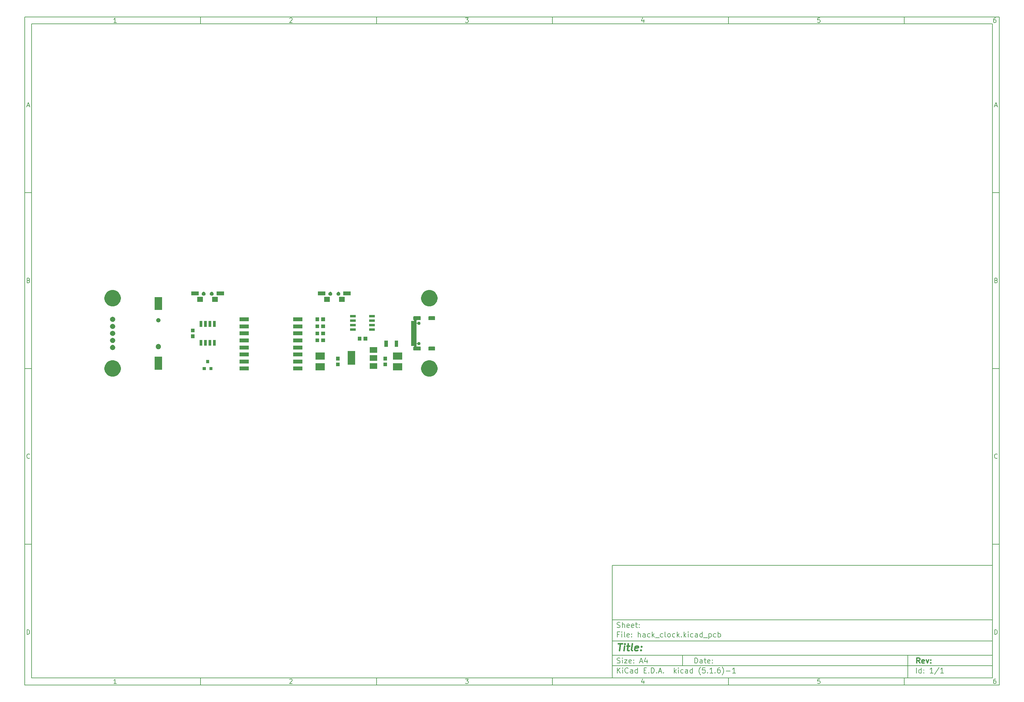
<source format=gts>
G04 #@! TF.GenerationSoftware,KiCad,Pcbnew,(5.1.6)-1*
G04 #@! TF.CreationDate,2020-07-24T11:40:27+08:00*
G04 #@! TF.ProjectId,hack_clock,6861636b-5f63-46c6-9f63-6b2e6b696361,rev?*
G04 #@! TF.SameCoordinates,Original*
G04 #@! TF.FileFunction,Soldermask,Top*
G04 #@! TF.FilePolarity,Negative*
%FSLAX46Y46*%
G04 Gerber Fmt 4.6, Leading zero omitted, Abs format (unit mm)*
G04 Created by KiCad (PCBNEW (5.1.6)-1) date 2020-07-24 11:40:27*
%MOMM*%
%LPD*%
G01*
G04 APERTURE LIST*
%ADD10C,0.150000*%
%ADD11C,0.300000*%
%ADD12C,0.400000*%
G04 APERTURE END LIST*
D10*
X177002200Y-166007200D02*
X177002200Y-198007200D01*
X285002200Y-198007200D01*
X285002200Y-166007200D01*
X177002200Y-166007200D01*
X10000000Y-10000000D02*
X10000000Y-200007200D01*
X287002200Y-200007200D01*
X287002200Y-10000000D01*
X10000000Y-10000000D01*
X12000000Y-12000000D02*
X12000000Y-198007200D01*
X285002200Y-198007200D01*
X285002200Y-12000000D01*
X12000000Y-12000000D01*
X60000000Y-12000000D02*
X60000000Y-10000000D01*
X110000000Y-12000000D02*
X110000000Y-10000000D01*
X160000000Y-12000000D02*
X160000000Y-10000000D01*
X210000000Y-12000000D02*
X210000000Y-10000000D01*
X260000000Y-12000000D02*
X260000000Y-10000000D01*
X36065476Y-11588095D02*
X35322619Y-11588095D01*
X35694047Y-11588095D02*
X35694047Y-10288095D01*
X35570238Y-10473809D01*
X35446428Y-10597619D01*
X35322619Y-10659523D01*
X85322619Y-10411904D02*
X85384523Y-10350000D01*
X85508333Y-10288095D01*
X85817857Y-10288095D01*
X85941666Y-10350000D01*
X86003571Y-10411904D01*
X86065476Y-10535714D01*
X86065476Y-10659523D01*
X86003571Y-10845238D01*
X85260714Y-11588095D01*
X86065476Y-11588095D01*
X135260714Y-10288095D02*
X136065476Y-10288095D01*
X135632142Y-10783333D01*
X135817857Y-10783333D01*
X135941666Y-10845238D01*
X136003571Y-10907142D01*
X136065476Y-11030952D01*
X136065476Y-11340476D01*
X136003571Y-11464285D01*
X135941666Y-11526190D01*
X135817857Y-11588095D01*
X135446428Y-11588095D01*
X135322619Y-11526190D01*
X135260714Y-11464285D01*
X185941666Y-10721428D02*
X185941666Y-11588095D01*
X185632142Y-10226190D02*
X185322619Y-11154761D01*
X186127380Y-11154761D01*
X236003571Y-10288095D02*
X235384523Y-10288095D01*
X235322619Y-10907142D01*
X235384523Y-10845238D01*
X235508333Y-10783333D01*
X235817857Y-10783333D01*
X235941666Y-10845238D01*
X236003571Y-10907142D01*
X236065476Y-11030952D01*
X236065476Y-11340476D01*
X236003571Y-11464285D01*
X235941666Y-11526190D01*
X235817857Y-11588095D01*
X235508333Y-11588095D01*
X235384523Y-11526190D01*
X235322619Y-11464285D01*
X285941666Y-10288095D02*
X285694047Y-10288095D01*
X285570238Y-10350000D01*
X285508333Y-10411904D01*
X285384523Y-10597619D01*
X285322619Y-10845238D01*
X285322619Y-11340476D01*
X285384523Y-11464285D01*
X285446428Y-11526190D01*
X285570238Y-11588095D01*
X285817857Y-11588095D01*
X285941666Y-11526190D01*
X286003571Y-11464285D01*
X286065476Y-11340476D01*
X286065476Y-11030952D01*
X286003571Y-10907142D01*
X285941666Y-10845238D01*
X285817857Y-10783333D01*
X285570238Y-10783333D01*
X285446428Y-10845238D01*
X285384523Y-10907142D01*
X285322619Y-11030952D01*
X60000000Y-198007200D02*
X60000000Y-200007200D01*
X110000000Y-198007200D02*
X110000000Y-200007200D01*
X160000000Y-198007200D02*
X160000000Y-200007200D01*
X210000000Y-198007200D02*
X210000000Y-200007200D01*
X260000000Y-198007200D02*
X260000000Y-200007200D01*
X36065476Y-199595295D02*
X35322619Y-199595295D01*
X35694047Y-199595295D02*
X35694047Y-198295295D01*
X35570238Y-198481009D01*
X35446428Y-198604819D01*
X35322619Y-198666723D01*
X85322619Y-198419104D02*
X85384523Y-198357200D01*
X85508333Y-198295295D01*
X85817857Y-198295295D01*
X85941666Y-198357200D01*
X86003571Y-198419104D01*
X86065476Y-198542914D01*
X86065476Y-198666723D01*
X86003571Y-198852438D01*
X85260714Y-199595295D01*
X86065476Y-199595295D01*
X135260714Y-198295295D02*
X136065476Y-198295295D01*
X135632142Y-198790533D01*
X135817857Y-198790533D01*
X135941666Y-198852438D01*
X136003571Y-198914342D01*
X136065476Y-199038152D01*
X136065476Y-199347676D01*
X136003571Y-199471485D01*
X135941666Y-199533390D01*
X135817857Y-199595295D01*
X135446428Y-199595295D01*
X135322619Y-199533390D01*
X135260714Y-199471485D01*
X185941666Y-198728628D02*
X185941666Y-199595295D01*
X185632142Y-198233390D02*
X185322619Y-199161961D01*
X186127380Y-199161961D01*
X236003571Y-198295295D02*
X235384523Y-198295295D01*
X235322619Y-198914342D01*
X235384523Y-198852438D01*
X235508333Y-198790533D01*
X235817857Y-198790533D01*
X235941666Y-198852438D01*
X236003571Y-198914342D01*
X236065476Y-199038152D01*
X236065476Y-199347676D01*
X236003571Y-199471485D01*
X235941666Y-199533390D01*
X235817857Y-199595295D01*
X235508333Y-199595295D01*
X235384523Y-199533390D01*
X235322619Y-199471485D01*
X285941666Y-198295295D02*
X285694047Y-198295295D01*
X285570238Y-198357200D01*
X285508333Y-198419104D01*
X285384523Y-198604819D01*
X285322619Y-198852438D01*
X285322619Y-199347676D01*
X285384523Y-199471485D01*
X285446428Y-199533390D01*
X285570238Y-199595295D01*
X285817857Y-199595295D01*
X285941666Y-199533390D01*
X286003571Y-199471485D01*
X286065476Y-199347676D01*
X286065476Y-199038152D01*
X286003571Y-198914342D01*
X285941666Y-198852438D01*
X285817857Y-198790533D01*
X285570238Y-198790533D01*
X285446428Y-198852438D01*
X285384523Y-198914342D01*
X285322619Y-199038152D01*
X10000000Y-60000000D02*
X12000000Y-60000000D01*
X10000000Y-110000000D02*
X12000000Y-110000000D01*
X10000000Y-160000000D02*
X12000000Y-160000000D01*
X10690476Y-35216666D02*
X11309523Y-35216666D01*
X10566666Y-35588095D02*
X11000000Y-34288095D01*
X11433333Y-35588095D01*
X11092857Y-84907142D02*
X11278571Y-84969047D01*
X11340476Y-85030952D01*
X11402380Y-85154761D01*
X11402380Y-85340476D01*
X11340476Y-85464285D01*
X11278571Y-85526190D01*
X11154761Y-85588095D01*
X10659523Y-85588095D01*
X10659523Y-84288095D01*
X11092857Y-84288095D01*
X11216666Y-84350000D01*
X11278571Y-84411904D01*
X11340476Y-84535714D01*
X11340476Y-84659523D01*
X11278571Y-84783333D01*
X11216666Y-84845238D01*
X11092857Y-84907142D01*
X10659523Y-84907142D01*
X11402380Y-135464285D02*
X11340476Y-135526190D01*
X11154761Y-135588095D01*
X11030952Y-135588095D01*
X10845238Y-135526190D01*
X10721428Y-135402380D01*
X10659523Y-135278571D01*
X10597619Y-135030952D01*
X10597619Y-134845238D01*
X10659523Y-134597619D01*
X10721428Y-134473809D01*
X10845238Y-134350000D01*
X11030952Y-134288095D01*
X11154761Y-134288095D01*
X11340476Y-134350000D01*
X11402380Y-134411904D01*
X10659523Y-185588095D02*
X10659523Y-184288095D01*
X10969047Y-184288095D01*
X11154761Y-184350000D01*
X11278571Y-184473809D01*
X11340476Y-184597619D01*
X11402380Y-184845238D01*
X11402380Y-185030952D01*
X11340476Y-185278571D01*
X11278571Y-185402380D01*
X11154761Y-185526190D01*
X10969047Y-185588095D01*
X10659523Y-185588095D01*
X287002200Y-60000000D02*
X285002200Y-60000000D01*
X287002200Y-110000000D02*
X285002200Y-110000000D01*
X287002200Y-160000000D02*
X285002200Y-160000000D01*
X285692676Y-35216666D02*
X286311723Y-35216666D01*
X285568866Y-35588095D02*
X286002200Y-34288095D01*
X286435533Y-35588095D01*
X286095057Y-84907142D02*
X286280771Y-84969047D01*
X286342676Y-85030952D01*
X286404580Y-85154761D01*
X286404580Y-85340476D01*
X286342676Y-85464285D01*
X286280771Y-85526190D01*
X286156961Y-85588095D01*
X285661723Y-85588095D01*
X285661723Y-84288095D01*
X286095057Y-84288095D01*
X286218866Y-84350000D01*
X286280771Y-84411904D01*
X286342676Y-84535714D01*
X286342676Y-84659523D01*
X286280771Y-84783333D01*
X286218866Y-84845238D01*
X286095057Y-84907142D01*
X285661723Y-84907142D01*
X286404580Y-135464285D02*
X286342676Y-135526190D01*
X286156961Y-135588095D01*
X286033152Y-135588095D01*
X285847438Y-135526190D01*
X285723628Y-135402380D01*
X285661723Y-135278571D01*
X285599819Y-135030952D01*
X285599819Y-134845238D01*
X285661723Y-134597619D01*
X285723628Y-134473809D01*
X285847438Y-134350000D01*
X286033152Y-134288095D01*
X286156961Y-134288095D01*
X286342676Y-134350000D01*
X286404580Y-134411904D01*
X285661723Y-185588095D02*
X285661723Y-184288095D01*
X285971247Y-184288095D01*
X286156961Y-184350000D01*
X286280771Y-184473809D01*
X286342676Y-184597619D01*
X286404580Y-184845238D01*
X286404580Y-185030952D01*
X286342676Y-185278571D01*
X286280771Y-185402380D01*
X286156961Y-185526190D01*
X285971247Y-185588095D01*
X285661723Y-185588095D01*
X200434342Y-193785771D02*
X200434342Y-192285771D01*
X200791485Y-192285771D01*
X201005771Y-192357200D01*
X201148628Y-192500057D01*
X201220057Y-192642914D01*
X201291485Y-192928628D01*
X201291485Y-193142914D01*
X201220057Y-193428628D01*
X201148628Y-193571485D01*
X201005771Y-193714342D01*
X200791485Y-193785771D01*
X200434342Y-193785771D01*
X202577200Y-193785771D02*
X202577200Y-193000057D01*
X202505771Y-192857200D01*
X202362914Y-192785771D01*
X202077200Y-192785771D01*
X201934342Y-192857200D01*
X202577200Y-193714342D02*
X202434342Y-193785771D01*
X202077200Y-193785771D01*
X201934342Y-193714342D01*
X201862914Y-193571485D01*
X201862914Y-193428628D01*
X201934342Y-193285771D01*
X202077200Y-193214342D01*
X202434342Y-193214342D01*
X202577200Y-193142914D01*
X203077200Y-192785771D02*
X203648628Y-192785771D01*
X203291485Y-192285771D02*
X203291485Y-193571485D01*
X203362914Y-193714342D01*
X203505771Y-193785771D01*
X203648628Y-193785771D01*
X204720057Y-193714342D02*
X204577200Y-193785771D01*
X204291485Y-193785771D01*
X204148628Y-193714342D01*
X204077200Y-193571485D01*
X204077200Y-193000057D01*
X204148628Y-192857200D01*
X204291485Y-192785771D01*
X204577200Y-192785771D01*
X204720057Y-192857200D01*
X204791485Y-193000057D01*
X204791485Y-193142914D01*
X204077200Y-193285771D01*
X205434342Y-193642914D02*
X205505771Y-193714342D01*
X205434342Y-193785771D01*
X205362914Y-193714342D01*
X205434342Y-193642914D01*
X205434342Y-193785771D01*
X205434342Y-192857200D02*
X205505771Y-192928628D01*
X205434342Y-193000057D01*
X205362914Y-192928628D01*
X205434342Y-192857200D01*
X205434342Y-193000057D01*
X177002200Y-194507200D02*
X285002200Y-194507200D01*
X178434342Y-196585771D02*
X178434342Y-195085771D01*
X179291485Y-196585771D02*
X178648628Y-195728628D01*
X179291485Y-195085771D02*
X178434342Y-195942914D01*
X179934342Y-196585771D02*
X179934342Y-195585771D01*
X179934342Y-195085771D02*
X179862914Y-195157200D01*
X179934342Y-195228628D01*
X180005771Y-195157200D01*
X179934342Y-195085771D01*
X179934342Y-195228628D01*
X181505771Y-196442914D02*
X181434342Y-196514342D01*
X181220057Y-196585771D01*
X181077200Y-196585771D01*
X180862914Y-196514342D01*
X180720057Y-196371485D01*
X180648628Y-196228628D01*
X180577200Y-195942914D01*
X180577200Y-195728628D01*
X180648628Y-195442914D01*
X180720057Y-195300057D01*
X180862914Y-195157200D01*
X181077200Y-195085771D01*
X181220057Y-195085771D01*
X181434342Y-195157200D01*
X181505771Y-195228628D01*
X182791485Y-196585771D02*
X182791485Y-195800057D01*
X182720057Y-195657200D01*
X182577200Y-195585771D01*
X182291485Y-195585771D01*
X182148628Y-195657200D01*
X182791485Y-196514342D02*
X182648628Y-196585771D01*
X182291485Y-196585771D01*
X182148628Y-196514342D01*
X182077200Y-196371485D01*
X182077200Y-196228628D01*
X182148628Y-196085771D01*
X182291485Y-196014342D01*
X182648628Y-196014342D01*
X182791485Y-195942914D01*
X184148628Y-196585771D02*
X184148628Y-195085771D01*
X184148628Y-196514342D02*
X184005771Y-196585771D01*
X183720057Y-196585771D01*
X183577200Y-196514342D01*
X183505771Y-196442914D01*
X183434342Y-196300057D01*
X183434342Y-195871485D01*
X183505771Y-195728628D01*
X183577200Y-195657200D01*
X183720057Y-195585771D01*
X184005771Y-195585771D01*
X184148628Y-195657200D01*
X186005771Y-195800057D02*
X186505771Y-195800057D01*
X186720057Y-196585771D02*
X186005771Y-196585771D01*
X186005771Y-195085771D01*
X186720057Y-195085771D01*
X187362914Y-196442914D02*
X187434342Y-196514342D01*
X187362914Y-196585771D01*
X187291485Y-196514342D01*
X187362914Y-196442914D01*
X187362914Y-196585771D01*
X188077200Y-196585771D02*
X188077200Y-195085771D01*
X188434342Y-195085771D01*
X188648628Y-195157200D01*
X188791485Y-195300057D01*
X188862914Y-195442914D01*
X188934342Y-195728628D01*
X188934342Y-195942914D01*
X188862914Y-196228628D01*
X188791485Y-196371485D01*
X188648628Y-196514342D01*
X188434342Y-196585771D01*
X188077200Y-196585771D01*
X189577200Y-196442914D02*
X189648628Y-196514342D01*
X189577200Y-196585771D01*
X189505771Y-196514342D01*
X189577200Y-196442914D01*
X189577200Y-196585771D01*
X190220057Y-196157200D02*
X190934342Y-196157200D01*
X190077200Y-196585771D02*
X190577200Y-195085771D01*
X191077200Y-196585771D01*
X191577200Y-196442914D02*
X191648628Y-196514342D01*
X191577200Y-196585771D01*
X191505771Y-196514342D01*
X191577200Y-196442914D01*
X191577200Y-196585771D01*
X194577200Y-196585771D02*
X194577200Y-195085771D01*
X194720057Y-196014342D02*
X195148628Y-196585771D01*
X195148628Y-195585771D02*
X194577200Y-196157200D01*
X195791485Y-196585771D02*
X195791485Y-195585771D01*
X195791485Y-195085771D02*
X195720057Y-195157200D01*
X195791485Y-195228628D01*
X195862914Y-195157200D01*
X195791485Y-195085771D01*
X195791485Y-195228628D01*
X197148628Y-196514342D02*
X197005771Y-196585771D01*
X196720057Y-196585771D01*
X196577200Y-196514342D01*
X196505771Y-196442914D01*
X196434342Y-196300057D01*
X196434342Y-195871485D01*
X196505771Y-195728628D01*
X196577200Y-195657200D01*
X196720057Y-195585771D01*
X197005771Y-195585771D01*
X197148628Y-195657200D01*
X198434342Y-196585771D02*
X198434342Y-195800057D01*
X198362914Y-195657200D01*
X198220057Y-195585771D01*
X197934342Y-195585771D01*
X197791485Y-195657200D01*
X198434342Y-196514342D02*
X198291485Y-196585771D01*
X197934342Y-196585771D01*
X197791485Y-196514342D01*
X197720057Y-196371485D01*
X197720057Y-196228628D01*
X197791485Y-196085771D01*
X197934342Y-196014342D01*
X198291485Y-196014342D01*
X198434342Y-195942914D01*
X199791485Y-196585771D02*
X199791485Y-195085771D01*
X199791485Y-196514342D02*
X199648628Y-196585771D01*
X199362914Y-196585771D01*
X199220057Y-196514342D01*
X199148628Y-196442914D01*
X199077200Y-196300057D01*
X199077200Y-195871485D01*
X199148628Y-195728628D01*
X199220057Y-195657200D01*
X199362914Y-195585771D01*
X199648628Y-195585771D01*
X199791485Y-195657200D01*
X202077200Y-197157200D02*
X202005771Y-197085771D01*
X201862914Y-196871485D01*
X201791485Y-196728628D01*
X201720057Y-196514342D01*
X201648628Y-196157200D01*
X201648628Y-195871485D01*
X201720057Y-195514342D01*
X201791485Y-195300057D01*
X201862914Y-195157200D01*
X202005771Y-194942914D01*
X202077200Y-194871485D01*
X203362914Y-195085771D02*
X202648628Y-195085771D01*
X202577200Y-195800057D01*
X202648628Y-195728628D01*
X202791485Y-195657200D01*
X203148628Y-195657200D01*
X203291485Y-195728628D01*
X203362914Y-195800057D01*
X203434342Y-195942914D01*
X203434342Y-196300057D01*
X203362914Y-196442914D01*
X203291485Y-196514342D01*
X203148628Y-196585771D01*
X202791485Y-196585771D01*
X202648628Y-196514342D01*
X202577200Y-196442914D01*
X204077200Y-196442914D02*
X204148628Y-196514342D01*
X204077200Y-196585771D01*
X204005771Y-196514342D01*
X204077200Y-196442914D01*
X204077200Y-196585771D01*
X205577200Y-196585771D02*
X204720057Y-196585771D01*
X205148628Y-196585771D02*
X205148628Y-195085771D01*
X205005771Y-195300057D01*
X204862914Y-195442914D01*
X204720057Y-195514342D01*
X206220057Y-196442914D02*
X206291485Y-196514342D01*
X206220057Y-196585771D01*
X206148628Y-196514342D01*
X206220057Y-196442914D01*
X206220057Y-196585771D01*
X207577200Y-195085771D02*
X207291485Y-195085771D01*
X207148628Y-195157200D01*
X207077200Y-195228628D01*
X206934342Y-195442914D01*
X206862914Y-195728628D01*
X206862914Y-196300057D01*
X206934342Y-196442914D01*
X207005771Y-196514342D01*
X207148628Y-196585771D01*
X207434342Y-196585771D01*
X207577200Y-196514342D01*
X207648628Y-196442914D01*
X207720057Y-196300057D01*
X207720057Y-195942914D01*
X207648628Y-195800057D01*
X207577200Y-195728628D01*
X207434342Y-195657200D01*
X207148628Y-195657200D01*
X207005771Y-195728628D01*
X206934342Y-195800057D01*
X206862914Y-195942914D01*
X208220057Y-197157200D02*
X208291485Y-197085771D01*
X208434342Y-196871485D01*
X208505771Y-196728628D01*
X208577200Y-196514342D01*
X208648628Y-196157200D01*
X208648628Y-195871485D01*
X208577200Y-195514342D01*
X208505771Y-195300057D01*
X208434342Y-195157200D01*
X208291485Y-194942914D01*
X208220057Y-194871485D01*
X209362914Y-196014342D02*
X210505771Y-196014342D01*
X212005771Y-196585771D02*
X211148628Y-196585771D01*
X211577200Y-196585771D02*
X211577200Y-195085771D01*
X211434342Y-195300057D01*
X211291485Y-195442914D01*
X211148628Y-195514342D01*
X177002200Y-191507200D02*
X285002200Y-191507200D01*
D11*
X264411485Y-193785771D02*
X263911485Y-193071485D01*
X263554342Y-193785771D02*
X263554342Y-192285771D01*
X264125771Y-192285771D01*
X264268628Y-192357200D01*
X264340057Y-192428628D01*
X264411485Y-192571485D01*
X264411485Y-192785771D01*
X264340057Y-192928628D01*
X264268628Y-193000057D01*
X264125771Y-193071485D01*
X263554342Y-193071485D01*
X265625771Y-193714342D02*
X265482914Y-193785771D01*
X265197200Y-193785771D01*
X265054342Y-193714342D01*
X264982914Y-193571485D01*
X264982914Y-193000057D01*
X265054342Y-192857200D01*
X265197200Y-192785771D01*
X265482914Y-192785771D01*
X265625771Y-192857200D01*
X265697200Y-193000057D01*
X265697200Y-193142914D01*
X264982914Y-193285771D01*
X266197200Y-192785771D02*
X266554342Y-193785771D01*
X266911485Y-192785771D01*
X267482914Y-193642914D02*
X267554342Y-193714342D01*
X267482914Y-193785771D01*
X267411485Y-193714342D01*
X267482914Y-193642914D01*
X267482914Y-193785771D01*
X267482914Y-192857200D02*
X267554342Y-192928628D01*
X267482914Y-193000057D01*
X267411485Y-192928628D01*
X267482914Y-192857200D01*
X267482914Y-193000057D01*
D10*
X178362914Y-193714342D02*
X178577200Y-193785771D01*
X178934342Y-193785771D01*
X179077200Y-193714342D01*
X179148628Y-193642914D01*
X179220057Y-193500057D01*
X179220057Y-193357200D01*
X179148628Y-193214342D01*
X179077200Y-193142914D01*
X178934342Y-193071485D01*
X178648628Y-193000057D01*
X178505771Y-192928628D01*
X178434342Y-192857200D01*
X178362914Y-192714342D01*
X178362914Y-192571485D01*
X178434342Y-192428628D01*
X178505771Y-192357200D01*
X178648628Y-192285771D01*
X179005771Y-192285771D01*
X179220057Y-192357200D01*
X179862914Y-193785771D02*
X179862914Y-192785771D01*
X179862914Y-192285771D02*
X179791485Y-192357200D01*
X179862914Y-192428628D01*
X179934342Y-192357200D01*
X179862914Y-192285771D01*
X179862914Y-192428628D01*
X180434342Y-192785771D02*
X181220057Y-192785771D01*
X180434342Y-193785771D01*
X181220057Y-193785771D01*
X182362914Y-193714342D02*
X182220057Y-193785771D01*
X181934342Y-193785771D01*
X181791485Y-193714342D01*
X181720057Y-193571485D01*
X181720057Y-193000057D01*
X181791485Y-192857200D01*
X181934342Y-192785771D01*
X182220057Y-192785771D01*
X182362914Y-192857200D01*
X182434342Y-193000057D01*
X182434342Y-193142914D01*
X181720057Y-193285771D01*
X183077200Y-193642914D02*
X183148628Y-193714342D01*
X183077200Y-193785771D01*
X183005771Y-193714342D01*
X183077200Y-193642914D01*
X183077200Y-193785771D01*
X183077200Y-192857200D02*
X183148628Y-192928628D01*
X183077200Y-193000057D01*
X183005771Y-192928628D01*
X183077200Y-192857200D01*
X183077200Y-193000057D01*
X184862914Y-193357200D02*
X185577200Y-193357200D01*
X184720057Y-193785771D02*
X185220057Y-192285771D01*
X185720057Y-193785771D01*
X186862914Y-192785771D02*
X186862914Y-193785771D01*
X186505771Y-192214342D02*
X186148628Y-193285771D01*
X187077200Y-193285771D01*
X263434342Y-196585771D02*
X263434342Y-195085771D01*
X264791485Y-196585771D02*
X264791485Y-195085771D01*
X264791485Y-196514342D02*
X264648628Y-196585771D01*
X264362914Y-196585771D01*
X264220057Y-196514342D01*
X264148628Y-196442914D01*
X264077200Y-196300057D01*
X264077200Y-195871485D01*
X264148628Y-195728628D01*
X264220057Y-195657200D01*
X264362914Y-195585771D01*
X264648628Y-195585771D01*
X264791485Y-195657200D01*
X265505771Y-196442914D02*
X265577200Y-196514342D01*
X265505771Y-196585771D01*
X265434342Y-196514342D01*
X265505771Y-196442914D01*
X265505771Y-196585771D01*
X265505771Y-195657200D02*
X265577200Y-195728628D01*
X265505771Y-195800057D01*
X265434342Y-195728628D01*
X265505771Y-195657200D01*
X265505771Y-195800057D01*
X268148628Y-196585771D02*
X267291485Y-196585771D01*
X267720057Y-196585771D02*
X267720057Y-195085771D01*
X267577200Y-195300057D01*
X267434342Y-195442914D01*
X267291485Y-195514342D01*
X269862914Y-195014342D02*
X268577200Y-196942914D01*
X271148628Y-196585771D02*
X270291485Y-196585771D01*
X270720057Y-196585771D02*
X270720057Y-195085771D01*
X270577200Y-195300057D01*
X270434342Y-195442914D01*
X270291485Y-195514342D01*
X177002200Y-187507200D02*
X285002200Y-187507200D01*
D12*
X178714580Y-188211961D02*
X179857438Y-188211961D01*
X179036009Y-190211961D02*
X179286009Y-188211961D01*
X180274104Y-190211961D02*
X180440771Y-188878628D01*
X180524104Y-188211961D02*
X180416961Y-188307200D01*
X180500295Y-188402438D01*
X180607438Y-188307200D01*
X180524104Y-188211961D01*
X180500295Y-188402438D01*
X181107438Y-188878628D02*
X181869342Y-188878628D01*
X181476485Y-188211961D02*
X181262200Y-189926247D01*
X181333628Y-190116723D01*
X181512200Y-190211961D01*
X181702676Y-190211961D01*
X182655057Y-190211961D02*
X182476485Y-190116723D01*
X182405057Y-189926247D01*
X182619342Y-188211961D01*
X184190771Y-190116723D02*
X183988390Y-190211961D01*
X183607438Y-190211961D01*
X183428866Y-190116723D01*
X183357438Y-189926247D01*
X183452676Y-189164342D01*
X183571723Y-188973866D01*
X183774104Y-188878628D01*
X184155057Y-188878628D01*
X184333628Y-188973866D01*
X184405057Y-189164342D01*
X184381247Y-189354819D01*
X183405057Y-189545295D01*
X185155057Y-190021485D02*
X185238390Y-190116723D01*
X185131247Y-190211961D01*
X185047914Y-190116723D01*
X185155057Y-190021485D01*
X185131247Y-190211961D01*
X185286009Y-188973866D02*
X185369342Y-189069104D01*
X185262200Y-189164342D01*
X185178866Y-189069104D01*
X185286009Y-188973866D01*
X185262200Y-189164342D01*
D10*
X178934342Y-185600057D02*
X178434342Y-185600057D01*
X178434342Y-186385771D02*
X178434342Y-184885771D01*
X179148628Y-184885771D01*
X179720057Y-186385771D02*
X179720057Y-185385771D01*
X179720057Y-184885771D02*
X179648628Y-184957200D01*
X179720057Y-185028628D01*
X179791485Y-184957200D01*
X179720057Y-184885771D01*
X179720057Y-185028628D01*
X180648628Y-186385771D02*
X180505771Y-186314342D01*
X180434342Y-186171485D01*
X180434342Y-184885771D01*
X181791485Y-186314342D02*
X181648628Y-186385771D01*
X181362914Y-186385771D01*
X181220057Y-186314342D01*
X181148628Y-186171485D01*
X181148628Y-185600057D01*
X181220057Y-185457200D01*
X181362914Y-185385771D01*
X181648628Y-185385771D01*
X181791485Y-185457200D01*
X181862914Y-185600057D01*
X181862914Y-185742914D01*
X181148628Y-185885771D01*
X182505771Y-186242914D02*
X182577200Y-186314342D01*
X182505771Y-186385771D01*
X182434342Y-186314342D01*
X182505771Y-186242914D01*
X182505771Y-186385771D01*
X182505771Y-185457200D02*
X182577200Y-185528628D01*
X182505771Y-185600057D01*
X182434342Y-185528628D01*
X182505771Y-185457200D01*
X182505771Y-185600057D01*
X184362914Y-186385771D02*
X184362914Y-184885771D01*
X185005771Y-186385771D02*
X185005771Y-185600057D01*
X184934342Y-185457200D01*
X184791485Y-185385771D01*
X184577200Y-185385771D01*
X184434342Y-185457200D01*
X184362914Y-185528628D01*
X186362914Y-186385771D02*
X186362914Y-185600057D01*
X186291485Y-185457200D01*
X186148628Y-185385771D01*
X185862914Y-185385771D01*
X185720057Y-185457200D01*
X186362914Y-186314342D02*
X186220057Y-186385771D01*
X185862914Y-186385771D01*
X185720057Y-186314342D01*
X185648628Y-186171485D01*
X185648628Y-186028628D01*
X185720057Y-185885771D01*
X185862914Y-185814342D01*
X186220057Y-185814342D01*
X186362914Y-185742914D01*
X187720057Y-186314342D02*
X187577200Y-186385771D01*
X187291485Y-186385771D01*
X187148628Y-186314342D01*
X187077200Y-186242914D01*
X187005771Y-186100057D01*
X187005771Y-185671485D01*
X187077200Y-185528628D01*
X187148628Y-185457200D01*
X187291485Y-185385771D01*
X187577200Y-185385771D01*
X187720057Y-185457200D01*
X188362914Y-186385771D02*
X188362914Y-184885771D01*
X188505771Y-185814342D02*
X188934342Y-186385771D01*
X188934342Y-185385771D02*
X188362914Y-185957200D01*
X189220057Y-186528628D02*
X190362914Y-186528628D01*
X191362914Y-186314342D02*
X191220057Y-186385771D01*
X190934342Y-186385771D01*
X190791485Y-186314342D01*
X190720057Y-186242914D01*
X190648628Y-186100057D01*
X190648628Y-185671485D01*
X190720057Y-185528628D01*
X190791485Y-185457200D01*
X190934342Y-185385771D01*
X191220057Y-185385771D01*
X191362914Y-185457200D01*
X192220057Y-186385771D02*
X192077200Y-186314342D01*
X192005771Y-186171485D01*
X192005771Y-184885771D01*
X193005771Y-186385771D02*
X192862914Y-186314342D01*
X192791485Y-186242914D01*
X192720057Y-186100057D01*
X192720057Y-185671485D01*
X192791485Y-185528628D01*
X192862914Y-185457200D01*
X193005771Y-185385771D01*
X193220057Y-185385771D01*
X193362914Y-185457200D01*
X193434342Y-185528628D01*
X193505771Y-185671485D01*
X193505771Y-186100057D01*
X193434342Y-186242914D01*
X193362914Y-186314342D01*
X193220057Y-186385771D01*
X193005771Y-186385771D01*
X194791485Y-186314342D02*
X194648628Y-186385771D01*
X194362914Y-186385771D01*
X194220057Y-186314342D01*
X194148628Y-186242914D01*
X194077200Y-186100057D01*
X194077200Y-185671485D01*
X194148628Y-185528628D01*
X194220057Y-185457200D01*
X194362914Y-185385771D01*
X194648628Y-185385771D01*
X194791485Y-185457200D01*
X195434342Y-186385771D02*
X195434342Y-184885771D01*
X195577200Y-185814342D02*
X196005771Y-186385771D01*
X196005771Y-185385771D02*
X195434342Y-185957200D01*
X196648628Y-186242914D02*
X196720057Y-186314342D01*
X196648628Y-186385771D01*
X196577200Y-186314342D01*
X196648628Y-186242914D01*
X196648628Y-186385771D01*
X197362914Y-186385771D02*
X197362914Y-184885771D01*
X197505771Y-185814342D02*
X197934342Y-186385771D01*
X197934342Y-185385771D02*
X197362914Y-185957200D01*
X198577200Y-186385771D02*
X198577200Y-185385771D01*
X198577200Y-184885771D02*
X198505771Y-184957200D01*
X198577200Y-185028628D01*
X198648628Y-184957200D01*
X198577200Y-184885771D01*
X198577200Y-185028628D01*
X199934342Y-186314342D02*
X199791485Y-186385771D01*
X199505771Y-186385771D01*
X199362914Y-186314342D01*
X199291485Y-186242914D01*
X199220057Y-186100057D01*
X199220057Y-185671485D01*
X199291485Y-185528628D01*
X199362914Y-185457200D01*
X199505771Y-185385771D01*
X199791485Y-185385771D01*
X199934342Y-185457200D01*
X201220057Y-186385771D02*
X201220057Y-185600057D01*
X201148628Y-185457200D01*
X201005771Y-185385771D01*
X200720057Y-185385771D01*
X200577200Y-185457200D01*
X201220057Y-186314342D02*
X201077200Y-186385771D01*
X200720057Y-186385771D01*
X200577200Y-186314342D01*
X200505771Y-186171485D01*
X200505771Y-186028628D01*
X200577200Y-185885771D01*
X200720057Y-185814342D01*
X201077200Y-185814342D01*
X201220057Y-185742914D01*
X202577200Y-186385771D02*
X202577200Y-184885771D01*
X202577200Y-186314342D02*
X202434342Y-186385771D01*
X202148628Y-186385771D01*
X202005771Y-186314342D01*
X201934342Y-186242914D01*
X201862914Y-186100057D01*
X201862914Y-185671485D01*
X201934342Y-185528628D01*
X202005771Y-185457200D01*
X202148628Y-185385771D01*
X202434342Y-185385771D01*
X202577200Y-185457200D01*
X202934342Y-186528628D02*
X204077200Y-186528628D01*
X204434342Y-185385771D02*
X204434342Y-186885771D01*
X204434342Y-185457200D02*
X204577200Y-185385771D01*
X204862914Y-185385771D01*
X205005771Y-185457200D01*
X205077200Y-185528628D01*
X205148628Y-185671485D01*
X205148628Y-186100057D01*
X205077200Y-186242914D01*
X205005771Y-186314342D01*
X204862914Y-186385771D01*
X204577200Y-186385771D01*
X204434342Y-186314342D01*
X206434342Y-186314342D02*
X206291485Y-186385771D01*
X206005771Y-186385771D01*
X205862914Y-186314342D01*
X205791485Y-186242914D01*
X205720057Y-186100057D01*
X205720057Y-185671485D01*
X205791485Y-185528628D01*
X205862914Y-185457200D01*
X206005771Y-185385771D01*
X206291485Y-185385771D01*
X206434342Y-185457200D01*
X207077200Y-186385771D02*
X207077200Y-184885771D01*
X207077200Y-185457200D02*
X207220057Y-185385771D01*
X207505771Y-185385771D01*
X207648628Y-185457200D01*
X207720057Y-185528628D01*
X207791485Y-185671485D01*
X207791485Y-186100057D01*
X207720057Y-186242914D01*
X207648628Y-186314342D01*
X207505771Y-186385771D01*
X207220057Y-186385771D01*
X207077200Y-186314342D01*
X177002200Y-181507200D02*
X285002200Y-181507200D01*
X178362914Y-183614342D02*
X178577200Y-183685771D01*
X178934342Y-183685771D01*
X179077200Y-183614342D01*
X179148628Y-183542914D01*
X179220057Y-183400057D01*
X179220057Y-183257200D01*
X179148628Y-183114342D01*
X179077200Y-183042914D01*
X178934342Y-182971485D01*
X178648628Y-182900057D01*
X178505771Y-182828628D01*
X178434342Y-182757200D01*
X178362914Y-182614342D01*
X178362914Y-182471485D01*
X178434342Y-182328628D01*
X178505771Y-182257200D01*
X178648628Y-182185771D01*
X179005771Y-182185771D01*
X179220057Y-182257200D01*
X179862914Y-183685771D02*
X179862914Y-182185771D01*
X180505771Y-183685771D02*
X180505771Y-182900057D01*
X180434342Y-182757200D01*
X180291485Y-182685771D01*
X180077200Y-182685771D01*
X179934342Y-182757200D01*
X179862914Y-182828628D01*
X181791485Y-183614342D02*
X181648628Y-183685771D01*
X181362914Y-183685771D01*
X181220057Y-183614342D01*
X181148628Y-183471485D01*
X181148628Y-182900057D01*
X181220057Y-182757200D01*
X181362914Y-182685771D01*
X181648628Y-182685771D01*
X181791485Y-182757200D01*
X181862914Y-182900057D01*
X181862914Y-183042914D01*
X181148628Y-183185771D01*
X183077200Y-183614342D02*
X182934342Y-183685771D01*
X182648628Y-183685771D01*
X182505771Y-183614342D01*
X182434342Y-183471485D01*
X182434342Y-182900057D01*
X182505771Y-182757200D01*
X182648628Y-182685771D01*
X182934342Y-182685771D01*
X183077200Y-182757200D01*
X183148628Y-182900057D01*
X183148628Y-183042914D01*
X182434342Y-183185771D01*
X183577200Y-182685771D02*
X184148628Y-182685771D01*
X183791485Y-182185771D02*
X183791485Y-183471485D01*
X183862914Y-183614342D01*
X184005771Y-183685771D01*
X184148628Y-183685771D01*
X184648628Y-183542914D02*
X184720057Y-183614342D01*
X184648628Y-183685771D01*
X184577200Y-183614342D01*
X184648628Y-183542914D01*
X184648628Y-183685771D01*
X184648628Y-182757200D02*
X184720057Y-182828628D01*
X184648628Y-182900057D01*
X184577200Y-182828628D01*
X184648628Y-182757200D01*
X184648628Y-182900057D01*
X197002200Y-191507200D02*
X197002200Y-194507200D01*
X261002200Y-191507200D02*
X261002200Y-198007200D01*
G36*
X125679927Y-107758578D02*
G01*
X125782342Y-107801000D01*
X126104143Y-107934294D01*
X126485926Y-108189394D01*
X126810606Y-108514074D01*
X127065706Y-108895857D01*
X127168638Y-109144357D01*
X127241422Y-109320073D01*
X127331000Y-109770415D01*
X127331000Y-110229585D01*
X127241422Y-110679927D01*
X127168638Y-110855643D01*
X127065706Y-111104143D01*
X126810606Y-111485926D01*
X126485926Y-111810606D01*
X126104143Y-112065706D01*
X125855643Y-112168638D01*
X125679927Y-112241422D01*
X125229585Y-112331000D01*
X124770415Y-112331000D01*
X124320073Y-112241422D01*
X124144357Y-112168638D01*
X123895857Y-112065706D01*
X123514074Y-111810606D01*
X123189394Y-111485926D01*
X122934294Y-111104143D01*
X122831362Y-110855643D01*
X122758578Y-110679927D01*
X122669000Y-110229585D01*
X122669000Y-109770415D01*
X122758578Y-109320073D01*
X122831362Y-109144357D01*
X122934294Y-108895857D01*
X123189394Y-108514074D01*
X123514074Y-108189394D01*
X123895857Y-107934294D01*
X124217658Y-107801000D01*
X124320073Y-107758578D01*
X124770415Y-107669000D01*
X125229585Y-107669000D01*
X125679927Y-107758578D01*
G37*
G36*
X35679927Y-107758578D02*
G01*
X35782342Y-107801000D01*
X36104143Y-107934294D01*
X36485926Y-108189394D01*
X36810606Y-108514074D01*
X37065706Y-108895857D01*
X37168638Y-109144357D01*
X37241422Y-109320073D01*
X37331000Y-109770415D01*
X37331000Y-110229585D01*
X37241422Y-110679927D01*
X37168638Y-110855643D01*
X37065706Y-111104143D01*
X36810606Y-111485926D01*
X36485926Y-111810606D01*
X36104143Y-112065706D01*
X35855643Y-112168638D01*
X35679927Y-112241422D01*
X35229585Y-112331000D01*
X34770415Y-112331000D01*
X34320073Y-112241422D01*
X34144357Y-112168638D01*
X33895857Y-112065706D01*
X33514074Y-111810606D01*
X33189394Y-111485926D01*
X32934294Y-111104143D01*
X32831362Y-110855643D01*
X32758578Y-110679927D01*
X32669000Y-110229585D01*
X32669000Y-109770415D01*
X32758578Y-109320073D01*
X32831362Y-109144357D01*
X32934294Y-108895857D01*
X33189394Y-108514074D01*
X33514074Y-108189394D01*
X33895857Y-107934294D01*
X34217658Y-107801000D01*
X34320073Y-107758578D01*
X34770415Y-107669000D01*
X35229585Y-107669000D01*
X35679927Y-107758578D01*
G37*
G36*
X73701000Y-110551000D02*
G01*
X71099000Y-110551000D01*
X71099000Y-109449000D01*
X73701000Y-109449000D01*
X73701000Y-110551000D01*
G37*
G36*
X88901000Y-110551000D02*
G01*
X86299000Y-110551000D01*
X86299000Y-109449000D01*
X88901000Y-109449000D01*
X88901000Y-110551000D01*
G37*
G36*
X117300680Y-110550360D02*
G01*
X114699320Y-110550360D01*
X114699320Y-108497640D01*
X117300680Y-108497640D01*
X117300680Y-110550360D01*
G37*
G36*
X95300680Y-110550360D02*
G01*
X92699320Y-110550360D01*
X92699320Y-108497640D01*
X95300680Y-108497640D01*
X95300680Y-110550360D01*
G37*
G36*
X61501050Y-110451810D02*
G01*
X60598950Y-110451810D01*
X60598950Y-109549710D01*
X61501050Y-109549710D01*
X61501050Y-110451810D01*
G37*
G36*
X63401050Y-110451810D02*
G01*
X62498950Y-110451810D01*
X62498950Y-109549710D01*
X63401050Y-109549710D01*
X63401050Y-110451810D01*
G37*
G36*
X49051000Y-110351000D02*
G01*
X46949000Y-110351000D01*
X46949000Y-106649000D01*
X49051000Y-106649000D01*
X49051000Y-110351000D01*
G37*
G36*
X110201000Y-110101000D02*
G01*
X108099000Y-110101000D01*
X108099000Y-108499000D01*
X110201000Y-108499000D01*
X110201000Y-110101000D01*
G37*
G36*
X113011000Y-109353500D02*
G01*
X111989000Y-109353500D01*
X111989000Y-108286500D01*
X113011000Y-108286500D01*
X113011000Y-109353500D01*
G37*
G36*
X99511000Y-109353500D02*
G01*
X98489000Y-109353500D01*
X98489000Y-108286500D01*
X99511000Y-108286500D01*
X99511000Y-109353500D01*
G37*
G36*
X103901000Y-108951000D02*
G01*
X101799000Y-108951000D01*
X101799000Y-105049000D01*
X103901000Y-105049000D01*
X103901000Y-108951000D01*
G37*
G36*
X88901000Y-108551000D02*
G01*
X86299000Y-108551000D01*
X86299000Y-107449000D01*
X88901000Y-107449000D01*
X88901000Y-108551000D01*
G37*
G36*
X73701000Y-108551000D02*
G01*
X71099000Y-108551000D01*
X71099000Y-107449000D01*
X73701000Y-107449000D01*
X73701000Y-108551000D01*
G37*
G36*
X62451050Y-108452830D02*
G01*
X61548950Y-108452830D01*
X61548950Y-107550730D01*
X62451050Y-107550730D01*
X62451050Y-108452830D01*
G37*
G36*
X110201000Y-107801000D02*
G01*
X108099000Y-107801000D01*
X108099000Y-106199000D01*
X110201000Y-106199000D01*
X110201000Y-107801000D01*
G37*
G36*
X113011000Y-107713500D02*
G01*
X111989000Y-107713500D01*
X111989000Y-106646500D01*
X113011000Y-106646500D01*
X113011000Y-107713500D01*
G37*
G36*
X99511000Y-107713500D02*
G01*
X98489000Y-107713500D01*
X98489000Y-106646500D01*
X99511000Y-106646500D01*
X99511000Y-107713500D01*
G37*
G36*
X117300680Y-107502360D02*
G01*
X114699320Y-107502360D01*
X114699320Y-105449640D01*
X117300680Y-105449640D01*
X117300680Y-107502360D01*
G37*
G36*
X95300680Y-107502360D02*
G01*
X92699320Y-107502360D01*
X92699320Y-105449640D01*
X95300680Y-105449640D01*
X95300680Y-107502360D01*
G37*
G36*
X88901000Y-106551000D02*
G01*
X86299000Y-106551000D01*
X86299000Y-105449000D01*
X88901000Y-105449000D01*
X88901000Y-106551000D01*
G37*
G36*
X73701000Y-106551000D02*
G01*
X71099000Y-106551000D01*
X71099000Y-105449000D01*
X73701000Y-105449000D01*
X73701000Y-106551000D01*
G37*
G36*
X110201000Y-105501000D02*
G01*
X108099000Y-105501000D01*
X108099000Y-103899000D01*
X110201000Y-103899000D01*
X110201000Y-105501000D01*
G37*
G36*
X126474434Y-103773686D02*
G01*
X126514284Y-103785774D01*
X126550999Y-103805399D01*
X126583186Y-103831814D01*
X126609601Y-103864001D01*
X126629226Y-103900716D01*
X126641314Y-103940566D01*
X126646000Y-103988141D01*
X126646000Y-104651859D01*
X126641314Y-104699434D01*
X126629226Y-104739284D01*
X126609601Y-104775999D01*
X126583186Y-104808186D01*
X126550999Y-104834601D01*
X126514284Y-104854226D01*
X126474434Y-104866314D01*
X126426859Y-104871000D01*
X124963141Y-104871000D01*
X124915566Y-104866314D01*
X124875716Y-104854226D01*
X124839001Y-104834601D01*
X124806814Y-104808186D01*
X124780399Y-104775999D01*
X124760774Y-104739284D01*
X124748686Y-104699434D01*
X124744000Y-104651859D01*
X124744000Y-103988141D01*
X124748686Y-103940566D01*
X124760774Y-103900716D01*
X124780399Y-103864001D01*
X124806814Y-103831814D01*
X124839001Y-103805399D01*
X124875716Y-103785774D01*
X124915566Y-103773686D01*
X124963141Y-103769000D01*
X126426859Y-103769000D01*
X126474434Y-103773686D01*
G37*
G36*
X122394434Y-95133686D02*
G01*
X122434284Y-95145774D01*
X122470999Y-95165399D01*
X122503186Y-95191814D01*
X122529601Y-95224001D01*
X122549226Y-95260716D01*
X122561314Y-95300566D01*
X122566000Y-95348141D01*
X122566000Y-96011859D01*
X122561314Y-96059434D01*
X122549226Y-96099284D01*
X122529601Y-96135999D01*
X122503186Y-96168186D01*
X122470999Y-96194601D01*
X122434284Y-96214226D01*
X122394434Y-96226314D01*
X122346859Y-96231000D01*
X121500999Y-96231000D01*
X121476613Y-96233402D01*
X121453164Y-96240515D01*
X121431553Y-96252066D01*
X121412611Y-96267611D01*
X121397066Y-96286553D01*
X121385515Y-96308164D01*
X121378402Y-96331613D01*
X121376000Y-96355999D01*
X121376000Y-96918176D01*
X121378402Y-96942562D01*
X121385515Y-96966011D01*
X121397066Y-96987622D01*
X121412611Y-97006564D01*
X121431553Y-97022109D01*
X121453164Y-97033660D01*
X121476613Y-97040773D01*
X121500999Y-97043175D01*
X121525385Y-97040773D01*
X121548834Y-97033660D01*
X121570445Y-97022109D01*
X121589387Y-97006564D01*
X121604932Y-96987622D01*
X121616483Y-96966011D01*
X121645328Y-96896373D01*
X121694685Y-96822505D01*
X121757505Y-96759685D01*
X121807918Y-96726000D01*
X121831371Y-96710329D01*
X121831373Y-96710328D01*
X121913448Y-96676331D01*
X122000579Y-96659000D01*
X122089421Y-96659000D01*
X122176552Y-96676331D01*
X122258627Y-96710328D01*
X122258629Y-96710329D01*
X122282082Y-96726000D01*
X122332495Y-96759685D01*
X122395315Y-96822505D01*
X122444672Y-96896373D01*
X122478669Y-96978448D01*
X122496000Y-97065579D01*
X122496000Y-97154421D01*
X122478669Y-97241552D01*
X122444672Y-97323627D01*
X122444671Y-97323629D01*
X122395314Y-97397496D01*
X122332496Y-97460314D01*
X122258629Y-97509671D01*
X122258628Y-97509672D01*
X122258627Y-97509672D01*
X122176552Y-97543669D01*
X122089421Y-97561000D01*
X122000579Y-97561000D01*
X121913448Y-97543669D01*
X121831373Y-97509672D01*
X121831372Y-97509672D01*
X121831371Y-97509671D01*
X121757504Y-97460314D01*
X121694686Y-97397496D01*
X121645329Y-97323629D01*
X121645328Y-97323627D01*
X121616483Y-97253989D01*
X121604932Y-97232378D01*
X121589387Y-97213436D01*
X121570445Y-97197891D01*
X121548834Y-97186340D01*
X121525385Y-97179227D01*
X121500999Y-97176825D01*
X121476613Y-97179227D01*
X121453164Y-97186340D01*
X121431553Y-97197891D01*
X121412611Y-97213436D01*
X121397066Y-97232378D01*
X121385515Y-97253989D01*
X121378402Y-97277438D01*
X121376000Y-97301824D01*
X121376000Y-102698176D01*
X121378402Y-102722562D01*
X121385515Y-102746011D01*
X121397066Y-102767622D01*
X121412611Y-102786564D01*
X121431553Y-102802109D01*
X121453164Y-102813660D01*
X121476613Y-102820773D01*
X121500999Y-102823175D01*
X121525385Y-102820773D01*
X121548834Y-102813660D01*
X121570445Y-102802109D01*
X121589387Y-102786564D01*
X121604932Y-102767622D01*
X121616483Y-102746011D01*
X121645328Y-102676373D01*
X121694685Y-102602505D01*
X121757505Y-102539685D01*
X121800435Y-102511000D01*
X121831371Y-102490329D01*
X121831373Y-102490328D01*
X121913448Y-102456331D01*
X122000579Y-102439000D01*
X122089421Y-102439000D01*
X122176552Y-102456331D01*
X122258627Y-102490328D01*
X122258629Y-102490329D01*
X122289565Y-102511000D01*
X122332495Y-102539685D01*
X122395315Y-102602505D01*
X122444672Y-102676373D01*
X122478669Y-102758448D01*
X122496000Y-102845579D01*
X122496000Y-102934421D01*
X122478669Y-103021552D01*
X122444672Y-103103627D01*
X122402555Y-103166660D01*
X122395314Y-103177496D01*
X122332496Y-103240314D01*
X122258629Y-103289671D01*
X122258628Y-103289672D01*
X122258627Y-103289672D01*
X122176552Y-103323669D01*
X122089421Y-103341000D01*
X122000579Y-103341000D01*
X121913448Y-103323669D01*
X121831373Y-103289672D01*
X121831372Y-103289672D01*
X121831371Y-103289671D01*
X121757504Y-103240314D01*
X121694686Y-103177496D01*
X121687446Y-103166660D01*
X121645328Y-103103627D01*
X121616483Y-103033989D01*
X121604932Y-103012378D01*
X121589387Y-102993436D01*
X121570445Y-102977891D01*
X121548834Y-102966340D01*
X121525385Y-102959227D01*
X121500999Y-102956825D01*
X121476613Y-102959227D01*
X121453164Y-102966340D01*
X121431553Y-102977891D01*
X121412611Y-102993436D01*
X121397066Y-103012378D01*
X121385515Y-103033989D01*
X121378402Y-103057438D01*
X121376000Y-103081824D01*
X121376000Y-103644001D01*
X121378402Y-103668387D01*
X121385515Y-103691836D01*
X121397066Y-103713447D01*
X121412611Y-103732389D01*
X121431553Y-103747934D01*
X121453164Y-103759485D01*
X121476613Y-103766598D01*
X121500999Y-103769000D01*
X122346859Y-103769000D01*
X122394434Y-103773686D01*
X122434284Y-103785774D01*
X122470999Y-103805399D01*
X122503186Y-103831814D01*
X122529601Y-103864001D01*
X122549226Y-103900716D01*
X122561314Y-103940566D01*
X122566000Y-103988141D01*
X122566000Y-104651859D01*
X122561314Y-104699434D01*
X122549226Y-104739284D01*
X122529601Y-104775999D01*
X122503186Y-104808186D01*
X122470999Y-104834601D01*
X122434284Y-104854226D01*
X122394434Y-104866314D01*
X122346859Y-104871000D01*
X120683141Y-104871000D01*
X120635566Y-104866314D01*
X120595716Y-104854226D01*
X120559001Y-104834601D01*
X120526814Y-104808186D01*
X120500399Y-104775999D01*
X120480774Y-104739284D01*
X120468686Y-104699434D01*
X120464000Y-104651859D01*
X120464000Y-103988141D01*
X120468686Y-103940566D01*
X120480774Y-103900716D01*
X120500399Y-103864001D01*
X120526814Y-103831814D01*
X120559001Y-103805399D01*
X120594848Y-103786238D01*
X120615223Y-103772624D01*
X120632550Y-103755297D01*
X120646163Y-103734923D01*
X120655541Y-103712284D01*
X120660321Y-103688251D01*
X120660321Y-103663747D01*
X120655541Y-103639713D01*
X120646163Y-103617075D01*
X120632549Y-103596700D01*
X120615222Y-103579373D01*
X120594848Y-103565760D01*
X120572209Y-103556382D01*
X120535924Y-103551000D01*
X119824000Y-103551000D01*
X119824000Y-96449000D01*
X120535924Y-96449000D01*
X120560310Y-96446598D01*
X120583759Y-96439485D01*
X120605370Y-96427934D01*
X120624312Y-96412389D01*
X120639857Y-96393447D01*
X120651408Y-96371836D01*
X120658521Y-96348387D01*
X120660923Y-96324001D01*
X120658521Y-96299615D01*
X120651408Y-96276166D01*
X120639857Y-96254555D01*
X120624312Y-96235613D01*
X120594848Y-96213762D01*
X120559001Y-96194601D01*
X120526814Y-96168186D01*
X120500399Y-96135999D01*
X120480774Y-96099284D01*
X120468686Y-96059434D01*
X120464000Y-96011859D01*
X120464000Y-95348141D01*
X120468686Y-95300566D01*
X120480774Y-95260716D01*
X120500399Y-95224001D01*
X120526814Y-95191814D01*
X120559001Y-95165399D01*
X120595716Y-95145774D01*
X120635566Y-95133686D01*
X120683141Y-95129000D01*
X122346859Y-95129000D01*
X122394434Y-95133686D01*
G37*
G36*
X35211766Y-103301899D02*
G01*
X35343888Y-103356626D01*
X35343890Y-103356627D01*
X35462798Y-103436079D01*
X35563921Y-103537202D01*
X35632417Y-103639713D01*
X35643374Y-103656112D01*
X35698101Y-103788234D01*
X35726000Y-103928494D01*
X35726000Y-104071506D01*
X35698101Y-104211766D01*
X35643374Y-104343888D01*
X35643373Y-104343890D01*
X35563921Y-104462798D01*
X35462798Y-104563921D01*
X35343890Y-104643373D01*
X35343889Y-104643374D01*
X35343888Y-104643374D01*
X35211766Y-104698101D01*
X35071506Y-104726000D01*
X34928494Y-104726000D01*
X34788234Y-104698101D01*
X34656112Y-104643374D01*
X34656111Y-104643374D01*
X34656110Y-104643373D01*
X34537202Y-104563921D01*
X34436079Y-104462798D01*
X34356627Y-104343890D01*
X34356626Y-104343888D01*
X34301899Y-104211766D01*
X34274000Y-104071506D01*
X34274000Y-103928494D01*
X34301899Y-103788234D01*
X34356626Y-103656112D01*
X34367583Y-103639713D01*
X34436079Y-103537202D01*
X34537202Y-103436079D01*
X34656110Y-103356627D01*
X34656112Y-103356626D01*
X34788234Y-103301899D01*
X34928494Y-103274000D01*
X35071506Y-103274000D01*
X35211766Y-103301899D01*
G37*
G36*
X88901000Y-104551000D02*
G01*
X86299000Y-104551000D01*
X86299000Y-103449000D01*
X88901000Y-103449000D01*
X88901000Y-104551000D01*
G37*
G36*
X73701000Y-104551000D02*
G01*
X71099000Y-104551000D01*
X71099000Y-103449000D01*
X73701000Y-103449000D01*
X73701000Y-104551000D01*
G37*
G36*
X48219059Y-103027860D02*
G01*
X48349340Y-103081824D01*
X48355732Y-103084472D01*
X48478735Y-103166660D01*
X48583340Y-103271265D01*
X48618355Y-103323669D01*
X48665529Y-103394270D01*
X48722140Y-103530941D01*
X48751000Y-103676032D01*
X48751000Y-103823968D01*
X48722140Y-103969059D01*
X48665528Y-104105732D01*
X48583340Y-104228735D01*
X48478735Y-104333340D01*
X48355732Y-104415528D01*
X48355731Y-104415529D01*
X48355730Y-104415529D01*
X48219059Y-104472140D01*
X48073968Y-104501000D01*
X47926032Y-104501000D01*
X47780941Y-104472140D01*
X47644270Y-104415529D01*
X47644269Y-104415529D01*
X47644268Y-104415528D01*
X47521265Y-104333340D01*
X47416660Y-104228735D01*
X47334472Y-104105732D01*
X47277860Y-103969059D01*
X47249000Y-103823968D01*
X47249000Y-103676032D01*
X47277860Y-103530941D01*
X47334471Y-103394270D01*
X47381645Y-103323669D01*
X47416660Y-103271265D01*
X47521265Y-103166660D01*
X47644268Y-103084472D01*
X47650661Y-103081824D01*
X47780941Y-103027860D01*
X47926032Y-102999000D01*
X48073968Y-102999000D01*
X48219059Y-103027860D01*
G37*
G36*
X113251000Y-103851000D02*
G01*
X112249000Y-103851000D01*
X112249000Y-102049000D01*
X113251000Y-102049000D01*
X113251000Y-103851000D01*
G37*
G36*
X116151000Y-103851000D02*
G01*
X115149000Y-103851000D01*
X115149000Y-102049000D01*
X116151000Y-102049000D01*
X116151000Y-103851000D01*
G37*
G36*
X64256000Y-103526000D02*
G01*
X63554000Y-103526000D01*
X63554000Y-101874000D01*
X64256000Y-101874000D01*
X64256000Y-103526000D01*
G37*
G36*
X62986000Y-103526000D02*
G01*
X62284000Y-103526000D01*
X62284000Y-101874000D01*
X62986000Y-101874000D01*
X62986000Y-103526000D01*
G37*
G36*
X60446000Y-103526000D02*
G01*
X59744000Y-103526000D01*
X59744000Y-101874000D01*
X60446000Y-101874000D01*
X60446000Y-103526000D01*
G37*
G36*
X61716000Y-103526000D02*
G01*
X61014000Y-103526000D01*
X61014000Y-101874000D01*
X61716000Y-101874000D01*
X61716000Y-103526000D01*
G37*
G36*
X35211766Y-101301899D02*
G01*
X35336341Y-101353500D01*
X35343890Y-101356627D01*
X35462798Y-101436079D01*
X35563921Y-101537202D01*
X35563922Y-101537204D01*
X35643374Y-101656112D01*
X35698101Y-101788234D01*
X35726000Y-101928494D01*
X35726000Y-102071506D01*
X35698101Y-102211766D01*
X35643374Y-102343888D01*
X35643373Y-102343890D01*
X35563921Y-102462798D01*
X35462798Y-102563921D01*
X35343890Y-102643373D01*
X35343889Y-102643374D01*
X35343888Y-102643374D01*
X35211766Y-102698101D01*
X35071506Y-102726000D01*
X34928494Y-102726000D01*
X34788234Y-102698101D01*
X34656112Y-102643374D01*
X34656111Y-102643374D01*
X34656110Y-102643373D01*
X34537202Y-102563921D01*
X34436079Y-102462798D01*
X34356627Y-102343890D01*
X34356626Y-102343888D01*
X34301899Y-102211766D01*
X34274000Y-102071506D01*
X34274000Y-101928494D01*
X34301899Y-101788234D01*
X34356626Y-101656112D01*
X34436078Y-101537204D01*
X34436079Y-101537202D01*
X34537202Y-101436079D01*
X34656110Y-101356627D01*
X34663659Y-101353500D01*
X34788234Y-101301899D01*
X34928494Y-101274000D01*
X35071506Y-101274000D01*
X35211766Y-101301899D01*
G37*
G36*
X88901000Y-102551000D02*
G01*
X86299000Y-102551000D01*
X86299000Y-101449000D01*
X88901000Y-101449000D01*
X88901000Y-102551000D01*
G37*
G36*
X73701000Y-102551000D02*
G01*
X71099000Y-102551000D01*
X71099000Y-101449000D01*
X73701000Y-101449000D01*
X73701000Y-102551000D01*
G37*
G36*
X93713500Y-102511000D02*
G01*
X92646500Y-102511000D01*
X92646500Y-101489000D01*
X93713500Y-101489000D01*
X93713500Y-102511000D01*
G37*
G36*
X95353500Y-102511000D02*
G01*
X94286500Y-102511000D01*
X94286500Y-101489000D01*
X95353500Y-101489000D01*
X95353500Y-102511000D01*
G37*
G36*
X105713500Y-102011000D02*
G01*
X104646500Y-102011000D01*
X104646500Y-100989000D01*
X105713500Y-100989000D01*
X105713500Y-102011000D01*
G37*
G36*
X107353500Y-102011000D02*
G01*
X106286500Y-102011000D01*
X106286500Y-100989000D01*
X107353500Y-100989000D01*
X107353500Y-102011000D01*
G37*
G36*
X58311000Y-101353500D02*
G01*
X57289000Y-101353500D01*
X57289000Y-100286500D01*
X58311000Y-100286500D01*
X58311000Y-101353500D01*
G37*
G36*
X35211766Y-99301899D02*
G01*
X35343888Y-99356626D01*
X35343890Y-99356627D01*
X35462798Y-99436079D01*
X35563921Y-99537202D01*
X35563922Y-99537204D01*
X35643374Y-99656112D01*
X35698101Y-99788234D01*
X35726000Y-99928494D01*
X35726000Y-100071506D01*
X35698101Y-100211766D01*
X35643374Y-100343888D01*
X35643373Y-100343890D01*
X35563921Y-100462798D01*
X35462798Y-100563921D01*
X35343890Y-100643373D01*
X35343889Y-100643374D01*
X35343888Y-100643374D01*
X35211766Y-100698101D01*
X35071506Y-100726000D01*
X34928494Y-100726000D01*
X34788234Y-100698101D01*
X34656112Y-100643374D01*
X34656111Y-100643374D01*
X34656110Y-100643373D01*
X34537202Y-100563921D01*
X34436079Y-100462798D01*
X34356627Y-100343890D01*
X34356626Y-100343888D01*
X34301899Y-100211766D01*
X34274000Y-100071506D01*
X34274000Y-99928494D01*
X34301899Y-99788234D01*
X34356626Y-99656112D01*
X34436078Y-99537204D01*
X34436079Y-99537202D01*
X34537202Y-99436079D01*
X34656110Y-99356627D01*
X34656112Y-99356626D01*
X34788234Y-99301899D01*
X34928494Y-99274000D01*
X35071506Y-99274000D01*
X35211766Y-99301899D01*
G37*
G36*
X73701000Y-100551000D02*
G01*
X71099000Y-100551000D01*
X71099000Y-99449000D01*
X73701000Y-99449000D01*
X73701000Y-100551000D01*
G37*
G36*
X88901000Y-100551000D02*
G01*
X86299000Y-100551000D01*
X86299000Y-99449000D01*
X88901000Y-99449000D01*
X88901000Y-100551000D01*
G37*
G36*
X93713500Y-100511000D02*
G01*
X92646500Y-100511000D01*
X92646500Y-99489000D01*
X93713500Y-99489000D01*
X93713500Y-100511000D01*
G37*
G36*
X95353500Y-100511000D02*
G01*
X94286500Y-100511000D01*
X94286500Y-99489000D01*
X95353500Y-99489000D01*
X95353500Y-100511000D01*
G37*
G36*
X58311000Y-99713500D02*
G01*
X57289000Y-99713500D01*
X57289000Y-98646500D01*
X58311000Y-98646500D01*
X58311000Y-99713500D01*
G37*
G36*
X109526000Y-99256000D02*
G01*
X107874000Y-99256000D01*
X107874000Y-98554000D01*
X109526000Y-98554000D01*
X109526000Y-99256000D01*
G37*
G36*
X104126000Y-99256000D02*
G01*
X102474000Y-99256000D01*
X102474000Y-98554000D01*
X104126000Y-98554000D01*
X104126000Y-99256000D01*
G37*
G36*
X35211766Y-97301899D02*
G01*
X35343888Y-97356626D01*
X35343890Y-97356627D01*
X35462798Y-97436079D01*
X35563921Y-97537202D01*
X35563922Y-97537204D01*
X35643374Y-97656112D01*
X35698101Y-97788234D01*
X35726000Y-97928494D01*
X35726000Y-98071506D01*
X35698101Y-98211766D01*
X35643374Y-98343888D01*
X35643373Y-98343890D01*
X35563921Y-98462798D01*
X35462798Y-98563921D01*
X35343890Y-98643373D01*
X35343889Y-98643374D01*
X35343888Y-98643374D01*
X35211766Y-98698101D01*
X35071506Y-98726000D01*
X34928494Y-98726000D01*
X34788234Y-98698101D01*
X34656112Y-98643374D01*
X34656111Y-98643374D01*
X34656110Y-98643373D01*
X34537202Y-98563921D01*
X34436079Y-98462798D01*
X34356627Y-98343890D01*
X34356626Y-98343888D01*
X34301899Y-98211766D01*
X34274000Y-98071506D01*
X34274000Y-97928494D01*
X34301899Y-97788234D01*
X34356626Y-97656112D01*
X34436078Y-97537204D01*
X34436079Y-97537202D01*
X34537202Y-97436079D01*
X34656110Y-97356627D01*
X34656112Y-97356626D01*
X34788234Y-97301899D01*
X34928494Y-97274000D01*
X35071506Y-97274000D01*
X35211766Y-97301899D01*
G37*
G36*
X88901000Y-98551000D02*
G01*
X86299000Y-98551000D01*
X86299000Y-97449000D01*
X88901000Y-97449000D01*
X88901000Y-98551000D01*
G37*
G36*
X73701000Y-98551000D02*
G01*
X71099000Y-98551000D01*
X71099000Y-97449000D01*
X73701000Y-97449000D01*
X73701000Y-98551000D01*
G37*
G36*
X95353500Y-98511000D02*
G01*
X94286500Y-98511000D01*
X94286500Y-97489000D01*
X95353500Y-97489000D01*
X95353500Y-98511000D01*
G37*
G36*
X93713500Y-98511000D02*
G01*
X92646500Y-98511000D01*
X92646500Y-97489000D01*
X93713500Y-97489000D01*
X93713500Y-98511000D01*
G37*
G36*
X62986000Y-98126000D02*
G01*
X62284000Y-98126000D01*
X62284000Y-96474000D01*
X62986000Y-96474000D01*
X62986000Y-98126000D01*
G37*
G36*
X64256000Y-98126000D02*
G01*
X63554000Y-98126000D01*
X63554000Y-96474000D01*
X64256000Y-96474000D01*
X64256000Y-98126000D01*
G37*
G36*
X61716000Y-98126000D02*
G01*
X61014000Y-98126000D01*
X61014000Y-96474000D01*
X61716000Y-96474000D01*
X61716000Y-98126000D01*
G37*
G36*
X60446000Y-98126000D02*
G01*
X59744000Y-98126000D01*
X59744000Y-96474000D01*
X60446000Y-96474000D01*
X60446000Y-98126000D01*
G37*
G36*
X109526000Y-97986000D02*
G01*
X107874000Y-97986000D01*
X107874000Y-97284000D01*
X109526000Y-97284000D01*
X109526000Y-97986000D01*
G37*
G36*
X104126000Y-97986000D02*
G01*
X102474000Y-97986000D01*
X102474000Y-97284000D01*
X104126000Y-97284000D01*
X104126000Y-97986000D01*
G37*
G36*
X48136601Y-95664397D02*
G01*
X48175305Y-95672096D01*
X48207340Y-95685365D01*
X48284680Y-95717400D01*
X48383115Y-95783173D01*
X48466827Y-95866885D01*
X48532600Y-95965320D01*
X48552763Y-96014000D01*
X48576583Y-96071505D01*
X48577904Y-96074696D01*
X48601000Y-96190805D01*
X48601000Y-96309195D01*
X48577904Y-96425304D01*
X48532600Y-96534680D01*
X48466827Y-96633115D01*
X48383115Y-96716827D01*
X48284680Y-96782600D01*
X48207340Y-96814635D01*
X48175305Y-96827904D01*
X48136601Y-96835603D01*
X48059195Y-96851000D01*
X47940805Y-96851000D01*
X47863399Y-96835603D01*
X47824695Y-96827904D01*
X47792660Y-96814635D01*
X47715320Y-96782600D01*
X47616885Y-96716827D01*
X47533173Y-96633115D01*
X47467400Y-96534680D01*
X47422096Y-96425304D01*
X47399000Y-96309195D01*
X47399000Y-96190805D01*
X47422096Y-96074696D01*
X47423418Y-96071505D01*
X47447237Y-96014000D01*
X47467400Y-95965320D01*
X47533173Y-95866885D01*
X47616885Y-95783173D01*
X47715320Y-95717400D01*
X47792660Y-95685365D01*
X47824695Y-95672096D01*
X47863399Y-95664397D01*
X47940805Y-95649000D01*
X48059195Y-95649000D01*
X48136601Y-95664397D01*
G37*
G36*
X35211766Y-95301899D02*
G01*
X35329709Y-95350753D01*
X35343890Y-95356627D01*
X35462798Y-95436079D01*
X35563921Y-95537202D01*
X35563922Y-95537204D01*
X35643374Y-95656112D01*
X35698101Y-95788234D01*
X35726000Y-95928494D01*
X35726000Y-96071506D01*
X35698101Y-96211766D01*
X35648458Y-96331613D01*
X35643373Y-96343890D01*
X35563921Y-96462798D01*
X35462798Y-96563921D01*
X35343890Y-96643373D01*
X35343889Y-96643374D01*
X35343888Y-96643374D01*
X35211766Y-96698101D01*
X35071506Y-96726000D01*
X34928494Y-96726000D01*
X34788234Y-96698101D01*
X34656112Y-96643374D01*
X34656111Y-96643374D01*
X34656110Y-96643373D01*
X34537202Y-96563921D01*
X34436079Y-96462798D01*
X34356627Y-96343890D01*
X34351542Y-96331613D01*
X34301899Y-96211766D01*
X34274000Y-96071506D01*
X34274000Y-95928494D01*
X34301899Y-95788234D01*
X34356626Y-95656112D01*
X34436078Y-95537204D01*
X34436079Y-95537202D01*
X34537202Y-95436079D01*
X34656110Y-95356627D01*
X34670291Y-95350753D01*
X34788234Y-95301899D01*
X34928494Y-95274000D01*
X35071506Y-95274000D01*
X35211766Y-95301899D01*
G37*
G36*
X104126000Y-96716000D02*
G01*
X102474000Y-96716000D01*
X102474000Y-96014000D01*
X104126000Y-96014000D01*
X104126000Y-96716000D01*
G37*
G36*
X109526000Y-96716000D02*
G01*
X107874000Y-96716000D01*
X107874000Y-96014000D01*
X109526000Y-96014000D01*
X109526000Y-96716000D01*
G37*
G36*
X88901000Y-96551000D02*
G01*
X86299000Y-96551000D01*
X86299000Y-95449000D01*
X88901000Y-95449000D01*
X88901000Y-96551000D01*
G37*
G36*
X73701000Y-96551000D02*
G01*
X71099000Y-96551000D01*
X71099000Y-95449000D01*
X73701000Y-95449000D01*
X73701000Y-96551000D01*
G37*
G36*
X95353500Y-96511000D02*
G01*
X94286500Y-96511000D01*
X94286500Y-95489000D01*
X95353500Y-95489000D01*
X95353500Y-96511000D01*
G37*
G36*
X93713500Y-96511000D02*
G01*
X92646500Y-96511000D01*
X92646500Y-95489000D01*
X93713500Y-95489000D01*
X93713500Y-96511000D01*
G37*
G36*
X126474434Y-95133686D02*
G01*
X126514284Y-95145774D01*
X126550999Y-95165399D01*
X126583186Y-95191814D01*
X126609601Y-95224001D01*
X126629226Y-95260716D01*
X126641314Y-95300566D01*
X126646000Y-95348141D01*
X126646000Y-96011859D01*
X126641314Y-96059434D01*
X126629226Y-96099284D01*
X126609601Y-96135999D01*
X126583186Y-96168186D01*
X126550999Y-96194601D01*
X126514284Y-96214226D01*
X126474434Y-96226314D01*
X126426859Y-96231000D01*
X124963141Y-96231000D01*
X124915566Y-96226314D01*
X124875716Y-96214226D01*
X124839001Y-96194601D01*
X124806814Y-96168186D01*
X124780399Y-96135999D01*
X124760774Y-96099284D01*
X124748686Y-96059434D01*
X124744000Y-96011859D01*
X124744000Y-95348141D01*
X124748686Y-95300566D01*
X124760774Y-95260716D01*
X124780399Y-95224001D01*
X124806814Y-95191814D01*
X124839001Y-95165399D01*
X124875716Y-95145774D01*
X124915566Y-95133686D01*
X124963141Y-95129000D01*
X126426859Y-95129000D01*
X126474434Y-95133686D01*
G37*
G36*
X104126000Y-95446000D02*
G01*
X102474000Y-95446000D01*
X102474000Y-94744000D01*
X104126000Y-94744000D01*
X104126000Y-95446000D01*
G37*
G36*
X109526000Y-95446000D02*
G01*
X107874000Y-95446000D01*
X107874000Y-94744000D01*
X109526000Y-94744000D01*
X109526000Y-95446000D01*
G37*
G36*
X49051000Y-93351000D02*
G01*
X46949000Y-93351000D01*
X46949000Y-89649000D01*
X49051000Y-89649000D01*
X49051000Y-93351000D01*
G37*
G36*
X125679927Y-87758578D02*
G01*
X125855643Y-87831362D01*
X126104143Y-87934294D01*
X126485926Y-88189394D01*
X126810606Y-88514074D01*
X127065706Y-88895857D01*
X127168638Y-89144357D01*
X127241422Y-89320073D01*
X127331000Y-89770415D01*
X127331000Y-90229585D01*
X127241422Y-90679927D01*
X127168638Y-90855643D01*
X127065706Y-91104143D01*
X126810606Y-91485926D01*
X126485926Y-91810606D01*
X126104143Y-92065706D01*
X125855643Y-92168638D01*
X125679927Y-92241422D01*
X125229585Y-92331000D01*
X124770415Y-92331000D01*
X124320073Y-92241422D01*
X124144357Y-92168638D01*
X123895857Y-92065706D01*
X123514074Y-91810606D01*
X123189394Y-91485926D01*
X122934294Y-91104143D01*
X122831362Y-90855643D01*
X122758578Y-90679927D01*
X122669000Y-90229585D01*
X122669000Y-89770415D01*
X122758578Y-89320073D01*
X122831362Y-89144357D01*
X122934294Y-88895857D01*
X123189394Y-88514074D01*
X123514074Y-88189394D01*
X123895857Y-87934294D01*
X124144357Y-87831362D01*
X124320073Y-87758578D01*
X124770415Y-87669000D01*
X125229585Y-87669000D01*
X125679927Y-87758578D01*
G37*
G36*
X35679927Y-87758578D02*
G01*
X35855643Y-87831362D01*
X36104143Y-87934294D01*
X36485926Y-88189394D01*
X36810606Y-88514074D01*
X37065706Y-88895857D01*
X37168638Y-89144357D01*
X37241422Y-89320073D01*
X37331000Y-89770415D01*
X37331000Y-90229585D01*
X37241422Y-90679927D01*
X37168638Y-90855643D01*
X37065706Y-91104143D01*
X36810606Y-91485926D01*
X36485926Y-91810606D01*
X36104143Y-92065706D01*
X35855643Y-92168638D01*
X35679927Y-92241422D01*
X35229585Y-92331000D01*
X34770415Y-92331000D01*
X34320073Y-92241422D01*
X34144357Y-92168638D01*
X33895857Y-92065706D01*
X33514074Y-91810606D01*
X33189394Y-91485926D01*
X32934294Y-91104143D01*
X32831362Y-90855643D01*
X32758578Y-90679927D01*
X32669000Y-90229585D01*
X32669000Y-89770415D01*
X32758578Y-89320073D01*
X32831362Y-89144357D01*
X32934294Y-88895857D01*
X33189394Y-88514074D01*
X33514074Y-88189394D01*
X33895857Y-87934294D01*
X34144357Y-87831362D01*
X34320073Y-87758578D01*
X34770415Y-87669000D01*
X35229585Y-87669000D01*
X35679927Y-87758578D01*
G37*
G36*
X60688280Y-91082800D02*
G01*
X59086280Y-91082800D01*
X59086280Y-89580800D01*
X60688280Y-89580800D01*
X60688280Y-91082800D01*
G37*
G36*
X96688280Y-91082800D02*
G01*
X95086280Y-91082800D01*
X95086280Y-89580800D01*
X96688280Y-89580800D01*
X96688280Y-91082800D01*
G37*
G36*
X100913720Y-91082800D02*
G01*
X99311720Y-91082800D01*
X99311720Y-89580800D01*
X100913720Y-89580800D01*
X100913720Y-91082800D01*
G37*
G36*
X64913720Y-91082800D02*
G01*
X63311720Y-91082800D01*
X63311720Y-89580800D01*
X64913720Y-89580800D01*
X64913720Y-91082800D01*
G37*
G36*
X63323431Y-88201974D02*
G01*
X63423705Y-88243509D01*
X63423706Y-88243510D01*
X63513952Y-88303810D01*
X63590700Y-88380558D01*
X63605354Y-88402489D01*
X63651001Y-88470805D01*
X63692536Y-88571079D01*
X63713710Y-88677530D01*
X63713710Y-88786070D01*
X63692536Y-88892521D01*
X63651001Y-88992795D01*
X63621055Y-89037612D01*
X63590700Y-89083042D01*
X63513952Y-89159790D01*
X63468522Y-89190145D01*
X63423705Y-89220091D01*
X63323431Y-89261626D01*
X63216980Y-89282800D01*
X63108440Y-89282800D01*
X63001989Y-89261626D01*
X62901715Y-89220091D01*
X62856898Y-89190145D01*
X62811468Y-89159790D01*
X62734720Y-89083042D01*
X62704365Y-89037612D01*
X62674419Y-88992795D01*
X62632884Y-88892521D01*
X62611710Y-88786070D01*
X62611710Y-88677530D01*
X62632884Y-88571079D01*
X62674419Y-88470805D01*
X62720066Y-88402489D01*
X62734720Y-88380558D01*
X62811468Y-88303810D01*
X62901714Y-88243510D01*
X62901715Y-88243509D01*
X63001989Y-88201974D01*
X63108440Y-88180800D01*
X63216980Y-88180800D01*
X63323431Y-88201974D01*
G37*
G36*
X61023411Y-88201974D02*
G01*
X61123685Y-88243509D01*
X61123686Y-88243510D01*
X61213932Y-88303810D01*
X61290680Y-88380558D01*
X61305334Y-88402489D01*
X61350981Y-88470805D01*
X61392516Y-88571079D01*
X61413690Y-88677530D01*
X61413690Y-88786070D01*
X61392516Y-88892521D01*
X61350981Y-88992795D01*
X61321035Y-89037612D01*
X61290680Y-89083042D01*
X61213932Y-89159790D01*
X61168502Y-89190145D01*
X61123685Y-89220091D01*
X61023411Y-89261626D01*
X60916960Y-89282800D01*
X60808420Y-89282800D01*
X60701969Y-89261626D01*
X60601695Y-89220091D01*
X60556878Y-89190145D01*
X60511448Y-89159790D01*
X60434700Y-89083042D01*
X60404345Y-89037612D01*
X60374399Y-88992795D01*
X60332864Y-88892521D01*
X60311690Y-88786070D01*
X60311690Y-88677530D01*
X60332864Y-88571079D01*
X60374399Y-88470805D01*
X60420046Y-88402489D01*
X60434700Y-88380558D01*
X60511448Y-88303810D01*
X60601694Y-88243510D01*
X60601695Y-88243509D01*
X60701969Y-88201974D01*
X60808420Y-88180800D01*
X60916960Y-88180800D01*
X61023411Y-88201974D01*
G37*
G36*
X97023411Y-88201974D02*
G01*
X97123685Y-88243509D01*
X97123686Y-88243510D01*
X97213932Y-88303810D01*
X97290680Y-88380558D01*
X97305334Y-88402489D01*
X97350981Y-88470805D01*
X97392516Y-88571079D01*
X97413690Y-88677530D01*
X97413690Y-88786070D01*
X97392516Y-88892521D01*
X97350981Y-88992795D01*
X97321035Y-89037612D01*
X97290680Y-89083042D01*
X97213932Y-89159790D01*
X97168502Y-89190145D01*
X97123685Y-89220091D01*
X97023411Y-89261626D01*
X96916960Y-89282800D01*
X96808420Y-89282800D01*
X96701969Y-89261626D01*
X96601695Y-89220091D01*
X96556878Y-89190145D01*
X96511448Y-89159790D01*
X96434700Y-89083042D01*
X96404345Y-89037612D01*
X96374399Y-88992795D01*
X96332864Y-88892521D01*
X96311690Y-88786070D01*
X96311690Y-88677530D01*
X96332864Y-88571079D01*
X96374399Y-88470805D01*
X96420046Y-88402489D01*
X96434700Y-88380558D01*
X96511448Y-88303810D01*
X96601694Y-88243510D01*
X96601695Y-88243509D01*
X96701969Y-88201974D01*
X96808420Y-88180800D01*
X96916960Y-88180800D01*
X97023411Y-88201974D01*
G37*
G36*
X99323431Y-88201974D02*
G01*
X99423705Y-88243509D01*
X99423706Y-88243510D01*
X99513952Y-88303810D01*
X99590700Y-88380558D01*
X99605354Y-88402489D01*
X99651001Y-88470805D01*
X99692536Y-88571079D01*
X99713710Y-88677530D01*
X99713710Y-88786070D01*
X99692536Y-88892521D01*
X99651001Y-88992795D01*
X99621055Y-89037612D01*
X99590700Y-89083042D01*
X99513952Y-89159790D01*
X99468522Y-89190145D01*
X99423705Y-89220091D01*
X99323431Y-89261626D01*
X99216980Y-89282800D01*
X99108440Y-89282800D01*
X99001989Y-89261626D01*
X98901715Y-89220091D01*
X98856898Y-89190145D01*
X98811468Y-89159790D01*
X98734720Y-89083042D01*
X98704365Y-89037612D01*
X98674419Y-88992795D01*
X98632884Y-88892521D01*
X98611710Y-88786070D01*
X98611710Y-88677530D01*
X98632884Y-88571079D01*
X98674419Y-88470805D01*
X98720066Y-88402489D01*
X98734720Y-88380558D01*
X98811468Y-88303810D01*
X98901714Y-88243510D01*
X98901715Y-88243509D01*
X99001989Y-88201974D01*
X99108440Y-88180800D01*
X99216980Y-88180800D01*
X99323431Y-88201974D01*
G37*
G36*
X66632400Y-89219200D02*
G01*
X64530400Y-89219200D01*
X64530400Y-88117200D01*
X66632400Y-88117200D01*
X66632400Y-89219200D01*
G37*
G36*
X95469600Y-89219200D02*
G01*
X93367600Y-89219200D01*
X93367600Y-88117200D01*
X95469600Y-88117200D01*
X95469600Y-89219200D01*
G37*
G36*
X59469600Y-89219200D02*
G01*
X57367600Y-89219200D01*
X57367600Y-88117200D01*
X59469600Y-88117200D01*
X59469600Y-89219200D01*
G37*
G36*
X102632400Y-89219200D02*
G01*
X100530400Y-89219200D01*
X100530400Y-88117200D01*
X102632400Y-88117200D01*
X102632400Y-89219200D01*
G37*
M02*

</source>
